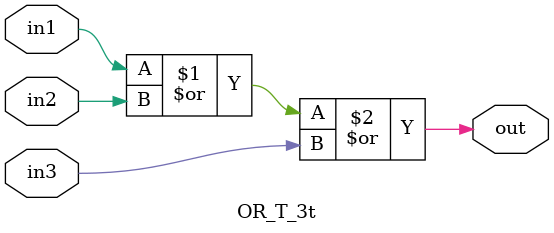
<source format=v>
`timescale 1ns / 1ps

`define	D		1	// definition of the delay

// Delayed OR gate

module OR_T_3t(out, in1, in2, in3);

input in1, in2, in3;
output out;

or		#`D		or1 (out, in1, in2, in3);


endmodule

</source>
